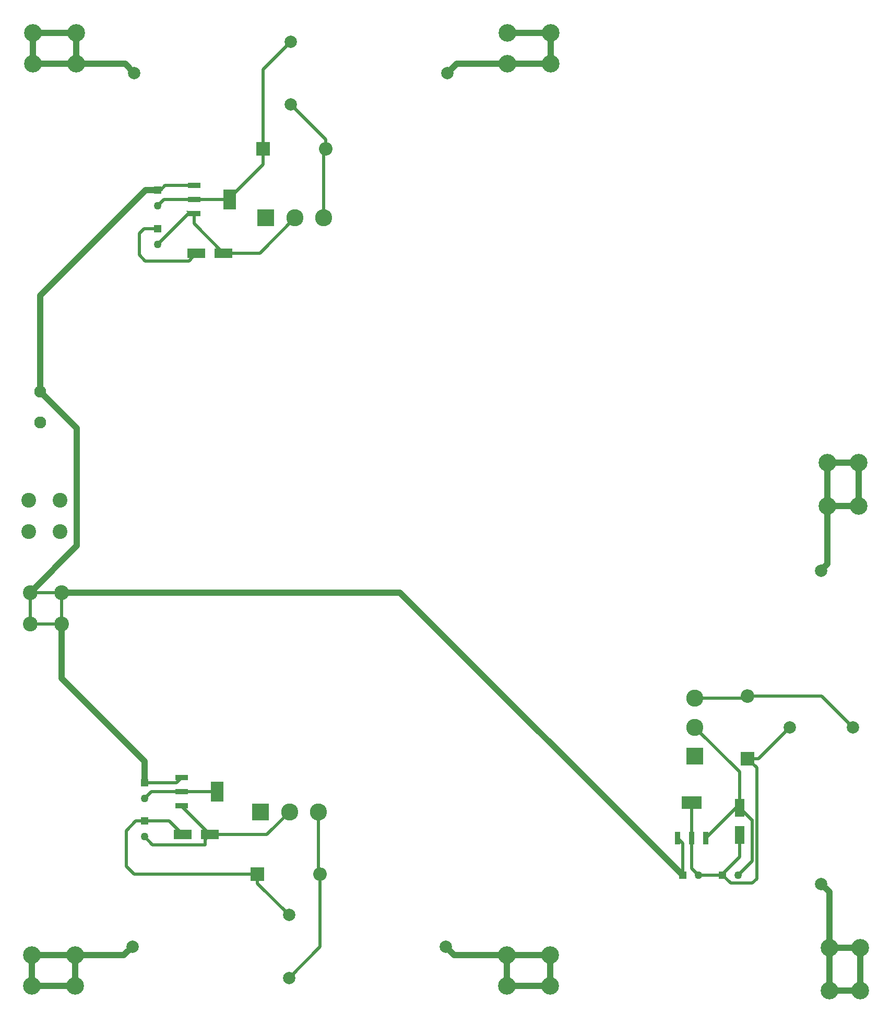
<source format=gbr>
G04 #@! TF.GenerationSoftware,KiCad,Pcbnew,9.0.5*
G04 #@! TF.CreationDate,2025-10-26T17:23:22-04:00*
G04 #@! TF.ProjectId,ReedRelay_Drive,52656564-5265-46c6-9179-5f4472697665,rev?*
G04 #@! TF.SameCoordinates,Original*
G04 #@! TF.FileFunction,Copper,L1,Top*
G04 #@! TF.FilePolarity,Positive*
%FSLAX46Y46*%
G04 Gerber Fmt 4.6, Leading zero omitted, Abs format (unit mm)*
G04 Created by KiCad (PCBNEW 9.0.5) date 2025-10-26 17:23:22*
%MOMM*%
%LPD*%
G01*
G04 APERTURE LIST*
G04 #@! TA.AperFunction,SMDPad,CuDef*
%ADD10R,3.000000X1.600000*%
G04 #@! TD*
G04 #@! TA.AperFunction,ComponentPad*
%ADD11C,2.400000*%
G04 #@! TD*
G04 #@! TA.AperFunction,ComponentPad*
%ADD12C,2.850000*%
G04 #@! TD*
G04 #@! TA.AperFunction,ComponentPad*
%ADD13C,2.000000*%
G04 #@! TD*
G04 #@! TA.AperFunction,ComponentPad*
%ADD14R,2.775000X2.775000*%
G04 #@! TD*
G04 #@! TA.AperFunction,ComponentPad*
%ADD15C,2.775000*%
G04 #@! TD*
G04 #@! TA.AperFunction,ComponentPad*
%ADD16C,1.270000*%
G04 #@! TD*
G04 #@! TA.AperFunction,ComponentPad*
%ADD17R,1.270000X1.270000*%
G04 #@! TD*
G04 #@! TA.AperFunction,ComponentPad*
%ADD18R,2.200000X2.200000*%
G04 #@! TD*
G04 #@! TA.AperFunction,ComponentPad*
%ADD19O,2.200000X2.200000*%
G04 #@! TD*
G04 #@! TA.AperFunction,SMDPad,CuDef*
%ADD20R,2.150000X3.250000*%
G04 #@! TD*
G04 #@! TA.AperFunction,SMDPad,CuDef*
%ADD21R,2.150000X0.950000*%
G04 #@! TD*
G04 #@! TA.AperFunction,SMDPad,CuDef*
%ADD22R,1.600000X3.000000*%
G04 #@! TD*
G04 #@! TA.AperFunction,ComponentPad*
%ADD23C,1.950000*%
G04 #@! TD*
G04 #@! TA.AperFunction,SMDPad,CuDef*
%ADD24R,3.250000X2.150000*%
G04 #@! TD*
G04 #@! TA.AperFunction,SMDPad,CuDef*
%ADD25R,0.950000X2.150000*%
G04 #@! TD*
G04 #@! TA.AperFunction,Conductor*
%ADD26C,1.000000*%
G04 #@! TD*
G04 #@! TA.AperFunction,Conductor*
%ADD27C,0.200000*%
G04 #@! TD*
G04 #@! TA.AperFunction,Conductor*
%ADD28C,0.500000*%
G04 #@! TD*
G04 APERTURE END LIST*
D10*
X58137000Y-61711200D03*
X53737000Y-61711200D03*
D11*
X26499800Y-101727400D03*
X31599800Y-101727400D03*
X26499800Y-106827400D03*
X31599800Y-106827400D03*
D12*
X27190000Y-31000000D03*
X27190000Y-26000000D03*
X34200000Y-26000000D03*
X34200000Y-31000000D03*
X104190000Y-31000000D03*
X104190000Y-26000000D03*
X111200000Y-26000000D03*
X111200000Y-31000000D03*
D13*
X69045000Y-37600000D03*
X69045000Y-27400000D03*
X94445000Y-32500000D03*
X43645000Y-32500000D03*
D11*
X31849800Y-121827400D03*
X26749800Y-121827400D03*
X31849800Y-116727400D03*
X26749800Y-116727400D03*
D13*
X155075000Y-163955000D03*
X155075000Y-113155000D03*
X149975000Y-138555000D03*
X160175000Y-138555000D03*
D14*
X64995000Y-56000000D03*
D15*
X69695000Y-56000000D03*
X74395000Y-56000000D03*
D16*
X45310000Y-150080000D03*
D17*
X45310000Y-147540000D03*
D10*
X51510000Y-155990000D03*
X55910000Y-155990000D03*
D17*
X47445000Y-51440000D03*
D16*
X47445000Y-53980000D03*
X45310000Y-156330000D03*
D17*
X45310000Y-153790000D03*
D18*
X143100000Y-143660000D03*
D19*
X143100000Y-133500000D03*
D14*
X64110000Y-152290000D03*
D15*
X68810000Y-152290000D03*
X73510000Y-152290000D03*
D12*
X111065000Y-180540000D03*
X111065000Y-175540000D03*
X104055000Y-175540000D03*
X104055000Y-180540000D03*
D18*
X64565000Y-44825000D03*
D19*
X74725000Y-44825000D03*
D14*
X134575000Y-143255000D03*
D15*
X134575000Y-138555000D03*
X134575000Y-133855000D03*
D20*
X59145000Y-53000000D03*
D21*
X53345000Y-55300000D03*
X53345000Y-53000000D03*
X53345000Y-50700000D03*
X51310000Y-146690000D03*
X51310000Y-148990000D03*
X51310000Y-151290000D03*
D20*
X57110000Y-148990000D03*
D13*
X43335000Y-174115000D03*
X94135000Y-174115000D03*
X68735000Y-169015000D03*
X68735000Y-179215000D03*
D22*
X141845000Y-151655000D03*
X141845000Y-156055000D03*
D12*
X34065000Y-180540000D03*
X34065000Y-175540000D03*
X27055000Y-175540000D03*
X27055000Y-180540000D03*
D23*
X28399800Y-84177400D03*
X28399800Y-89177400D03*
D12*
X156400000Y-181305000D03*
X161400000Y-181305000D03*
X161400000Y-174295000D03*
X156400000Y-174295000D03*
D24*
X134025000Y-150755000D03*
D25*
X136325000Y-156555000D03*
X134025000Y-156555000D03*
X131725000Y-156555000D03*
D12*
X156100000Y-95680000D03*
X161100000Y-95680000D03*
X161100000Y-102690000D03*
X156100000Y-102690000D03*
D16*
X135115000Y-162555000D03*
D17*
X132575000Y-162555000D03*
X47445000Y-57710000D03*
D16*
X47445000Y-60250000D03*
D17*
X139055000Y-162555000D03*
D16*
X141595000Y-162555000D03*
D18*
X63605000Y-162415000D03*
D19*
X73765000Y-162415000D03*
D26*
X27190000Y-31000000D02*
X27190000Y-26000000D01*
D27*
X52609200Y-55300000D02*
X53345000Y-55300000D01*
D26*
X28399800Y-84177400D02*
X28399800Y-68537000D01*
X28399800Y-68537000D02*
X45496800Y-51440000D01*
X45496800Y-51440000D02*
X47445000Y-51440000D01*
X27190000Y-26000000D02*
X26548000Y-25358000D01*
D27*
X52153000Y-54843800D02*
X52609200Y-55300000D01*
D26*
X156100000Y-102690000D02*
X156100000Y-112130000D01*
X156100000Y-112130000D02*
X155075000Y-113155000D01*
X156100000Y-102690000D02*
X161100000Y-102690000D01*
X156100000Y-95680000D02*
X156100000Y-102690000D01*
X161100000Y-102690000D02*
X161100000Y-95680000D01*
X156100000Y-95680000D02*
X161100000Y-95680000D01*
X156400000Y-174295000D02*
X156400000Y-181305000D01*
X161400000Y-181305000D02*
X156400000Y-181305000D01*
X161400000Y-174295000D02*
X161400000Y-181305000D01*
X156400000Y-174295000D02*
X161400000Y-174295000D01*
X155075000Y-163955000D02*
X156400000Y-165280000D01*
X156400000Y-165280000D02*
X156400000Y-174295000D01*
X104055000Y-175540000D02*
X111065000Y-175540000D01*
X111065000Y-180540000D02*
X111065000Y-175540000D01*
X104055000Y-180540000D02*
X111065000Y-180540000D01*
X104055000Y-175540000D02*
X104055000Y-180540000D01*
X94135000Y-174115000D02*
X95560000Y-175540000D01*
X95560000Y-175540000D02*
X104055000Y-175540000D01*
X34065000Y-175540000D02*
X41910000Y-175540000D01*
X41910000Y-175540000D02*
X43335000Y-174115000D01*
X27055000Y-180540000D02*
X34065000Y-180540000D01*
X27055000Y-180540000D02*
X27055000Y-175540000D01*
X34065000Y-180540000D02*
X34065000Y-175540000D01*
X27055000Y-175540000D02*
X34065000Y-175540000D01*
X94445000Y-32500000D02*
X95945000Y-31000000D01*
X95945000Y-31000000D02*
X104190000Y-31000000D01*
X111200000Y-31000000D02*
X104190000Y-31000000D01*
X111200000Y-31000000D02*
X111200000Y-26000000D01*
X104190000Y-26000000D02*
X111200000Y-26000000D01*
X27190000Y-26000000D02*
X34200000Y-26000000D01*
X34200000Y-31000000D02*
X42145000Y-31000000D01*
X42145000Y-31000000D02*
X43645000Y-32500000D01*
X34200000Y-26000000D02*
X34200000Y-31000000D01*
X34200000Y-31000000D02*
X27190000Y-31000000D01*
D28*
X143100000Y-143660000D02*
X144870000Y-143660000D01*
X144870000Y-143660000D02*
X149975000Y-138555000D01*
X141845000Y-151655000D02*
X141225000Y-151655000D01*
X141225000Y-151655000D02*
X136325000Y-156555000D01*
X139055000Y-162555000D02*
X139055000Y-162395000D01*
X139055000Y-162395000D02*
X141845000Y-159605000D01*
X141845000Y-159605000D02*
X141845000Y-156055000D01*
X135115000Y-162555000D02*
X139055000Y-162555000D01*
X134025000Y-156555000D02*
X134025000Y-161465000D01*
X134025000Y-161465000D02*
X135115000Y-162555000D01*
X134025000Y-150755000D02*
X134025000Y-156555000D01*
X140355000Y-163855000D02*
X143845000Y-163855000D01*
X144595000Y-145155000D02*
X143100000Y-143660000D01*
X139055000Y-162555000D02*
X140355000Y-163855000D01*
X143845000Y-163855000D02*
X144595000Y-163105000D01*
X144595000Y-163105000D02*
X144595000Y-145155000D01*
X143100000Y-133500000D02*
X155120000Y-133500000D01*
X155120000Y-133500000D02*
X160175000Y-138555000D01*
X134575000Y-133855000D02*
X142745000Y-133855000D01*
X142745000Y-133855000D02*
X143100000Y-133500000D01*
X141845000Y-151655000D02*
X141845000Y-145825000D01*
X141845000Y-145825000D02*
X134575000Y-138555000D01*
X143845000Y-160305000D02*
X143845000Y-153605000D01*
X141595000Y-162555000D02*
X143845000Y-160305000D01*
X143795000Y-153605000D02*
X141845000Y-151655000D01*
X143845000Y-153605000D02*
X143795000Y-153605000D01*
D26*
X31849800Y-116727400D02*
X86747400Y-116727400D01*
X86747400Y-116727400D02*
X132575000Y-162555000D01*
X31849800Y-121827400D02*
X31849800Y-130609800D01*
X31849800Y-130609800D02*
X45310000Y-144070000D01*
X45310000Y-144070000D02*
X45310000Y-147540000D01*
X28399800Y-84177400D02*
X34327400Y-90105000D01*
X34327400Y-90105000D02*
X34345000Y-90105000D01*
X34345000Y-90105000D02*
X34345000Y-109132200D01*
X34345000Y-109132200D02*
X26749800Y-116727400D01*
D28*
X73765000Y-162415000D02*
X73765000Y-174185000D01*
X73765000Y-174185000D02*
X68735000Y-179215000D01*
X73510000Y-152290000D02*
X73510000Y-162160000D01*
X73510000Y-162160000D02*
X73765000Y-162415000D01*
X55910000Y-155990000D02*
X65110000Y-155990000D01*
X65110000Y-155990000D02*
X68810000Y-152290000D01*
X51310000Y-151290000D02*
X51310000Y-151390000D01*
X51310000Y-151390000D02*
X55910000Y-155990000D01*
X46585000Y-157605000D02*
X55095000Y-157605000D01*
X55095000Y-157605000D02*
X55095000Y-156805000D01*
X45310000Y-156330000D02*
X46585000Y-157605000D01*
X55095000Y-156805000D02*
X55910000Y-155990000D01*
X74395000Y-56000000D02*
X74395000Y-45155000D01*
X74395000Y-45155000D02*
X74725000Y-44825000D01*
X69045000Y-37600000D02*
X74725000Y-43280000D01*
X74725000Y-43280000D02*
X74725000Y-44825000D01*
X58137000Y-61711200D02*
X63983800Y-61711200D01*
X63983800Y-61711200D02*
X69695000Y-56000000D01*
X53345000Y-55300000D02*
X53345000Y-56919200D01*
X53345000Y-56919200D02*
X58137000Y-61711200D01*
X47445000Y-60250000D02*
X52395000Y-55300000D01*
X52395000Y-55300000D02*
X53345000Y-55300000D01*
X63605000Y-162415000D02*
X63605000Y-163885000D01*
X63605000Y-163885000D02*
X68735000Y-169015000D01*
X45310000Y-153790000D02*
X43910000Y-153790000D01*
X43910000Y-153790000D02*
X42345000Y-155355000D01*
X42345000Y-155355000D02*
X42345000Y-161105000D01*
X42345000Y-161105000D02*
X43655000Y-162415000D01*
X43655000Y-162415000D02*
X63605000Y-162415000D01*
X51310000Y-148990000D02*
X57110000Y-148990000D01*
X45310000Y-150080000D02*
X46400000Y-148990000D01*
X46400000Y-148990000D02*
X51310000Y-148990000D01*
X45310000Y-153790000D02*
X49310000Y-153790000D01*
X49310000Y-153790000D02*
X51510000Y-155990000D01*
X132575000Y-162555000D02*
X132575000Y-157405000D01*
X132575000Y-157405000D02*
X131725000Y-156555000D01*
X45310000Y-147540000D02*
X50460000Y-147540000D01*
X50460000Y-147540000D02*
X51310000Y-146690000D01*
X31849800Y-121827400D02*
X31849800Y-116727400D01*
X26749800Y-121827400D02*
X31849800Y-121827400D01*
X26749800Y-116727400D02*
X26749800Y-121827400D01*
X26749800Y-116727400D02*
X31849800Y-116727400D01*
X47445000Y-57710000D02*
X45188200Y-57710000D01*
X45188200Y-57710000D02*
X44437000Y-58461200D01*
X44437000Y-58461200D02*
X44437000Y-61961200D01*
X52487000Y-62961200D02*
X53737000Y-61711200D01*
X44437000Y-61961200D02*
X45437000Y-62961200D01*
X45437000Y-62961200D02*
X52487000Y-62961200D01*
X47445000Y-51440000D02*
X47915800Y-51440000D01*
X47915800Y-51440000D02*
X48655800Y-50700000D01*
X48655800Y-50700000D02*
X53345000Y-50700000D01*
X64565000Y-44825000D02*
X64565000Y-31880000D01*
X64565000Y-31880000D02*
X69045000Y-27400000D01*
X59145000Y-53000000D02*
X59145000Y-52753200D01*
X59145000Y-52753200D02*
X64565000Y-47333200D01*
X64565000Y-47333200D02*
X64565000Y-44825000D01*
X53345000Y-53000000D02*
X59145000Y-53000000D01*
X47445000Y-53980000D02*
X48425000Y-53000000D01*
X48425000Y-53000000D02*
X53345000Y-53000000D01*
M02*

</source>
